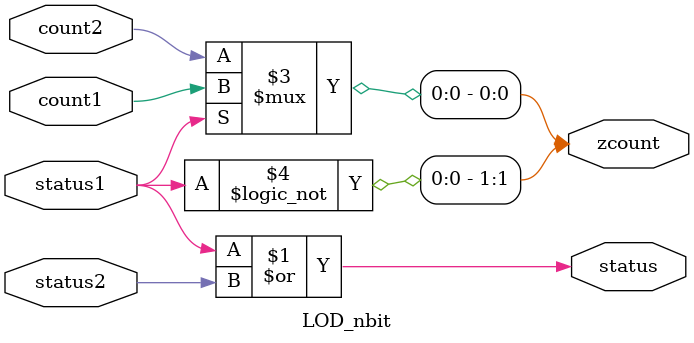
<source format=sv>
module LOD_nbit #(
  NUM_BITS = 4,
  COUNT_BITS = 2
  )
  (
  input wire status1,
  input wire status2,
  input wire [COUNT_BITS - 2:0] count1,
  input wire [COUNT_BITS - 2:0] count2,
  output wire [COUNT_BITS - 1 : 0] zcount,
  output wire status
  );   
    
  genvar i;
  assign status = status1 | status2;
  generate
     for(i = 0; i < COUNT_BITS; i++) begin
      if(i == COUNT_BITS - 1)
        assign zcount[i] = !status1;
      else 
        assign zcount[i] = (status1 == 1)? count1[i] : count2[i];
     end
   endgenerate
endmodule
</source>
